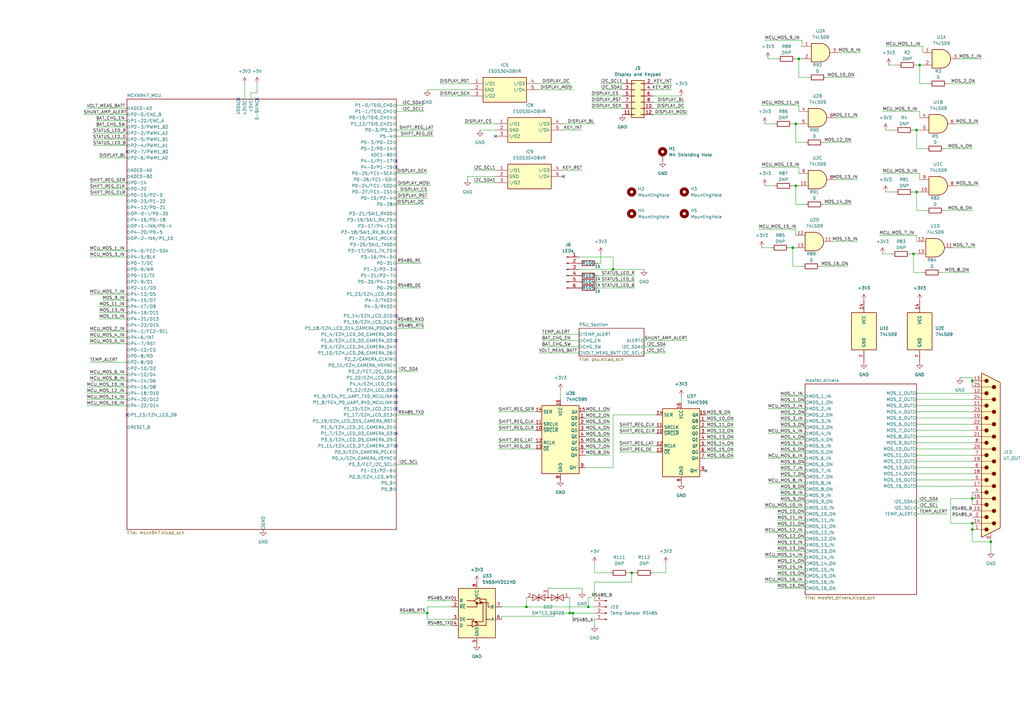
<source format=kicad_sch>
(kicad_sch (version 20231120) (generator "eeschema") (generator_version "8.0")
  (paper "A3")
  (junction (at 398.78 217.17))
  (junction (at 215.9 248.92))
  (junction (at 375.92 78.74))
  (junction (at 398.78 214.63))
  (junction (at 398.78 204.47))
  (junction (at 325.12 101.6))
  (junction (at 251.46 110.49))
  (junction (at 259.08 234.95))
  (junction (at 327.66 24.13))
  (junction (at 241.3 248.92))
  (junction (at 375.92 53.34))
  (junction (at 374.65 104.14))
  (junction (at 377.19 26.67))
  (junction (at 326.39 76.2))
  (junction (at 398.78 156.21))
  (junction (at 406.4 222.25))
  (junction (at 326.39 50.8))
  (junction (at 233.68 251.46))
  (junction (at 175.26 251.46))
  (junction (at 234.95 251.46))
  (no_connect (at 231.14 72.39))
  (no_connect (at 97.79 40.64))
  (no_connect (at 289.56 193.04))
  (no_connect (at 162.56 160.02))
  (no_connect (at 52.07 62.23))
  (no_connect (at 162.56 165.1))
  (no_connect (at 162.56 177.8))
  (no_connect (at 203.2 55.88))
  (no_connect (at 162.56 66.04))
  (no_connect (at 162.56 129.54))
  (no_connect (at 162.56 162.56))
  (no_connect (at 162.56 139.7))
  (no_connect (at 162.56 68.58))
  (no_connect (at 105.41 40.64))
  (no_connect (at 162.56 167.64))
  (no_connect (at 162.56 182.88))
  (no_connect (at 52.07 170.18))
  (wire (pts (xy 318.77 210.82) (xy 330.2 210.82)))
  (wire (pts (xy 327.66 45.72) (xy 327.66 43.18)))
  (wire (pts (xy 40.64 64.77) (xy 52.07 64.77)))
  (wire (pts (xy 246.38 34.29) (xy 255.27 34.29)))
  (wire (pts (xy 314.96 187.96) (xy 330.2 187.96)))
  (wire (pts (xy 259.08 234.95) (xy 259.08 238.76)))
  (wire (pts (xy 375.92 171.45) (xy 398.78 171.45)))
  (wire (pts (xy 36.83 148.59) (xy 52.07 148.59)))
  (wire (pts (xy 35.56 158.75) (xy 52.07 158.75)))
  (wire (pts (xy 387.35 60.96) (xy 398.78 60.96)))
  (wire (pts (xy 175.26 248.92) (xy 185.42 248.92)))
  (wire (pts (xy 175.26 36.83) (xy 193.04 36.83)))
  (wire (pts (xy 222.25 137.16) (xy 237.49 137.16)))
  (wire (pts (xy 313.69 228.6) (xy 330.2 228.6)))
  (wire (pts (xy 215.9 245.11) (xy 215.9 248.92)))
  (wire (pts (xy 375.92 186.69) (xy 398.78 186.69)))
  (wire (pts (xy 326.39 58.42) (xy 326.39 50.8)))
  (wire (pts (xy 314.96 177.8) (xy 330.2 177.8)))
  (wire (pts (xy 326.39 24.13) (xy 327.66 24.13)))
  (wire (pts (xy 36.83 135.89) (xy 52.07 135.89)))
  (wire (pts (xy 398.78 154.94) (xy 398.78 156.21)))
  (wire (pts (xy 180.34 34.29) (xy 193.04 34.29)))
  (wire (pts (xy 204.47 181.61) (xy 219.71 181.61)))
  (wire (pts (xy 38.1 59.69) (xy 52.07 59.69)))
  (wire (pts (xy 318.77 241.3) (xy 330.2 241.3)))
  (wire (pts (xy 175.26 256.54) (xy 185.42 256.54)))
  (wire (pts (xy 259.08 238.76) (xy 243.84 238.76)))
  (wire (pts (xy 240.03 191.77) (xy 251.46 191.77)))
  (wire (pts (xy 36.83 80.01) (xy 52.07 80.01)))
  (wire (pts (xy 327.66 24.13) (xy 328.93 24.13)))
  (wire (pts (xy 105.41 38.1) (xy 102.87 38.1)))
  (wire (pts (xy 374.65 104.14) (xy 375.92 104.14)))
  (wire (pts (xy 320.04 182.88) (xy 330.2 182.88)))
  (wire (pts (xy 325.12 76.2) (xy 326.39 76.2)))
  (wire (pts (xy 375.92 205.74) (xy 384.81 205.74)))
  (wire (pts (xy 162.56 118.11) (xy 172.72 118.11)))
  (wire (pts (xy 375.92 199.39) (xy 398.78 199.39)))
  (wire (pts (xy 314.96 167.64) (xy 330.2 167.64)))
  (wire (pts (xy 205.74 248.92) (xy 215.9 248.92)))
  (wire (pts (xy 398.78 156.21) (xy 398.78 158.75)))
  (wire (pts (xy 196.85 53.34) (xy 203.2 53.34)))
  (wire (pts (xy 267.97 46.99) (xy 281.94 46.99)))
  (wire (pts (xy 264.16 142.24) (xy 273.05 142.24)))
  (wire (pts (xy 375.92 184.15) (xy 398.78 184.15)))
  (wire (pts (xy 342.9 48.26) (xy 351.79 48.26)))
  (wire (pts (xy 320.04 172.72) (xy 330.2 172.72)))
  (wire (pts (xy 35.56 161.29) (xy 52.07 161.29)))
  (wire (pts (xy 318.77 215.9) (xy 330.2 215.9)))
  (wire (pts (xy 267.97 36.83) (xy 275.59 36.83)))
  (wire (pts (xy 175.26 254) (xy 185.42 254)))
  (wire (pts (xy 246.38 36.83) (xy 255.27 36.83)))
  (wire (pts (xy 386.08 111.76) (xy 397.51 111.76)))
  (wire (pts (xy 312.42 43.18) (xy 327.66 43.18)))
  (wire (pts (xy 242.57 245.11) (xy 241.3 245.11)))
  (wire (pts (xy 375.92 163.83) (xy 398.78 163.83)))
  (wire (pts (xy 375.92 179.07) (xy 398.78 179.07)))
  (wire (pts (xy 233.68 245.11) (xy 233.68 251.46)))
  (wire (pts (xy 273.05 231.14) (xy 273.05 234.95)))
  (wire (pts (xy 100.33 34.29) (xy 100.33 40.64)))
  (wire (pts (xy 328.93 109.22) (xy 325.12 109.22)))
  (wire (pts (xy 175.26 81.28) (xy 162.56 81.28)))
  (wire (pts (xy 250.19 171.45) (xy 240.03 171.45)))
  (wire (pts (xy 327.66 71.12) (xy 327.66 68.58)))
  (wire (pts (xy 243.84 234.95) (xy 250.19 234.95)))
  (wire (pts (xy 177.8 55.88) (xy 162.56 55.88)))
  (wire (pts (xy 173.99 83.82) (xy 162.56 83.82)))
  (wire (pts (xy 379.73 86.36) (xy 375.92 86.36)))
  (wire (pts (xy 326.39 76.2) (xy 327.66 76.2)))
  (wire (pts (xy 406.4 226.06) (xy 406.4 222.25)))
  (wire (pts (xy 320.04 200.66) (xy 330.2 200.66)))
  (wire (pts (xy 41.91 123.19) (xy 52.07 123.19)))
  (wire (pts (xy 326.39 50.8) (xy 327.66 50.8)))
  (wire (pts (xy 311.15 93.98) (xy 326.39 93.98)))
  (wire (pts (xy 375.92 99.06) (xy 375.92 96.52)))
  (wire (pts (xy 398.78 201.93) (xy 398.78 204.47)))
  (wire (pts (xy 237.49 110.49) (xy 251.46 110.49)))
  (wire (pts (xy 389.89 204.47) (xy 389.89 214.63)))
  (wire (pts (xy 289.56 187.96) (xy 300.99 187.96)))
  (wire (pts (xy 40.64 125.73) (xy 52.07 125.73)))
  (wire (pts (xy 330.2 58.42) (xy 326.39 58.42)))
  (wire (pts (xy 375.92 176.53) (xy 398.78 176.53)))
  (wire (pts (xy 162.56 132.08) (xy 173.99 132.08)))
  (wire (pts (xy 320.04 203.2) (xy 330.2 203.2)))
  (wire (pts (xy 375.92 60.96) (xy 375.92 53.34)))
  (wire (pts (xy 336.55 109.22) (xy 347.98 109.22)))
  (wire (pts (xy 320.04 170.18) (xy 330.2 170.18)))
  (wire (pts (xy 314.96 24.13) (xy 318.77 24.13)))
  (wire (pts (xy 250.19 176.53) (xy 240.03 176.53)))
  (wire (pts (xy 320.04 190.5) (xy 330.2 190.5)))
  (wire (pts (xy 39.37 49.53) (xy 52.07 49.53)))
  (wire (pts (xy 205.74 252.73) (xy 205.74 254)))
  (wire (pts (xy 375.92 53.34) (xy 377.19 53.34)))
  (wire (pts (xy 398.78 204.47) (xy 398.78 207.01)))
  (wire (pts (xy 289.56 175.26) (xy 300.99 175.26)))
  (wire (pts (xy 331.47 31.75) (xy 327.66 31.75)))
  (wire (pts (xy 320.04 180.34) (xy 330.2 180.34)))
  (wire (pts (xy 374.65 111.76) (xy 374.65 104.14)))
  (wire (pts (xy 162.56 43.18) (xy 173.99 43.18)))
  (wire (pts (xy 387.35 86.36) (xy 398.78 86.36)))
  (wire (pts (xy 375.92 208.28) (xy 384.81 208.28)))
  (wire (pts (xy 191.77 72.39) (xy 203.2 72.39)))
  (wire (pts (xy 105.41 34.29) (xy 105.41 38.1)))
  (wire (pts (xy 227.33 251.46) (xy 233.68 251.46)))
  (wire (pts (xy 341.63 99.06) (xy 351.79 99.06)))
  (wire (pts (xy 36.83 153.67) (xy 52.07 153.67)))
  (wire (pts (xy 392.43 76.2) (xy 401.32 76.2)))
  (wire (pts (xy 313.69 208.28) (xy 330.2 208.28)))
  (wire (pts (xy 177.8 53.34) (xy 162.56 53.34)))
  (wire (pts (xy 289.56 180.34) (xy 300.99 180.34)))
  (wire (pts (xy 323.85 101.6) (xy 325.12 101.6)))
  (wire (pts (xy 273.05 234.95) (xy 267.97 234.95)))
  (wire (pts (xy 313.69 50.8) (xy 317.5 50.8)))
  (wire (pts (xy 241.3 245.11) (xy 241.3 248.92)))
  (wire (pts (xy 375.92 189.23) (xy 398.78 189.23)))
  (wire (pts (xy 36.83 102.87) (xy 52.07 102.87)))
  (wire (pts (xy 259.08 234.95) (xy 257.81 234.95)))
  (wire (pts (xy 377.19 73.66) (xy 377.19 71.12)))
  (wire (pts (xy 375.92 181.61) (xy 398.78 181.61)))
  (wire (pts (xy 250.19 184.15) (xy 240.03 184.15)))
  (wire (pts (xy 325.12 109.22) (xy 325.12 101.6)))
  (wire (pts (xy 243.84 238.76) (xy 243.84 246.38)))
  (wire (pts (xy 175.26 251.46) (xy 175.26 254)))
  (wire (pts (xy 330.2 83.82) (xy 326.39 83.82)))
  (wire (pts (xy 227.33 252.73) (xy 205.74 252.73)))
  (wire (pts (xy 398.78 217.17) (xy 398.78 222.25)))
  (wire (pts (xy 375.92 194.31) (xy 398.78 194.31)))
  (wire (pts (xy 375.92 161.29) (xy 398.78 161.29)))
  (wire (pts (xy 36.83 74.93) (xy 52.07 74.93)))
  (wire (pts (xy 251.46 105.41) (xy 251.46 110.49)))
  (wire (pts (xy 364.49 26.67) (xy 368.3 26.67)))
  (wire (pts (xy 337.82 83.82) (xy 349.25 83.82)))
  (wire (pts (xy 375.92 196.85) (xy 398.78 196.85)))
  (wire (pts (xy 318.77 220.98) (xy 330.2 220.98)))
  (wire (pts (xy 246.38 107.95) (xy 245.11 107.95)))
  (wire (pts (xy 388.62 210.82) (xy 375.92 210.82)))
  (wire (pts (xy 36.83 138.43) (xy 52.07 138.43)))
  (wire (pts (xy 242.57 41.91) (xy 255.27 41.91)))
  (wire (pts (xy 171.45 190.5) (xy 162.56 190.5)))
  (wire (pts (xy 245.11 115.57) (xy 260.35 115.57)))
  (wire (pts (xy 254 177.8) (xy 269.24 177.8)))
  (wire (pts (xy 260.35 234.95) (xy 259.08 234.95)))
  (wire (pts (xy 325.12 101.6) (xy 326.39 101.6)))
  (wire (pts (xy 318.77 236.22) (xy 330.2 236.22)))
  (wire (pts (xy 328.93 19.05) (xy 328.93 16.51)))
  (wire (pts (xy 220.98 144.78) (xy 237.49 144.78)))
  (wire (pts (xy 163.83 251.46) (xy 175.26 251.46)))
  (wire (pts (xy 377.19 34.29) (xy 377.19 26.67)))
  (wire (pts (xy 398.78 214.63) (xy 398.78 217.17)))
  (wire (pts (xy 398.78 222.25) (xy 406.4 222.25)))
  (wire (pts (xy 393.7 154.94) (xy 398.78 154.94)))
  (wire (pts (xy 361.95 45.72) (xy 377.19 45.72)))
  (wire (pts (xy 251.46 110.49) (xy 264.16 110.49)))
  (wire (pts (xy 36.83 140.97) (xy 52.07 140.97)))
  (wire (pts (xy 320.04 162.56) (xy 330.2 162.56)))
  (wire (pts (xy 398.78 204.47) (xy 389.89 204.47)))
  (wire (pts (xy 227.33 252.73) (xy 227.33 251.46)))
  (wire (pts (xy 204.47 184.15) (xy 219.71 184.15)))
  (wire (pts (xy 224.79 241.3) (xy 238.76 241.3)))
  (wire (pts (xy 344.17 21.59) (xy 353.06 21.59)))
  (wire (pts (xy 35.56 163.83) (xy 52.07 163.83)))
  (wire (pts (xy 342.9 73.66) (xy 351.79 73.66)))
  (wire (pts (xy 264.16 139.7) (xy 281.94 139.7)))
  (wire (pts (xy 389.89 214.63) (xy 398.78 214.63)))
  (wire (pts (xy 39.37 52.07) (xy 52.07 52.07)))
  (wire (pts (xy 318.77 213.36) (xy 330.2 213.36)))
  (wire (pts (xy 373.38 104.14) (xy 374.65 104.14)))
  (wire (pts (xy 175.26 78.74) (xy 162.56 78.74)))
  (wire (pts (xy 231.14 69.85) (xy 238.76 69.85)))
  (wire (pts (xy 204.47 168.91) (xy 219.71 168.91)))
  (wire (pts (xy 339.09 31.75) (xy 350.52 31.75)))
  (wire (pts (xy 242.57 44.45) (xy 255.27 44.45)))
  (wire (pts (xy 375.92 26.67) (xy 377.19 26.67)))
  (wire (pts (xy 279.4 162.56) (xy 279.4 165.1)))
  (wire (pts (xy 34.29 46.99) (xy 52.07 46.99)))
  (wire (pts (xy 326.39 96.52) (xy 326.39 93.98)))
  (wire (pts (xy 250.19 186.69) (xy 240.03 186.69)))
  (wire (pts (xy 289.56 170.18) (xy 299.72 170.18)))
  (wire (pts (xy 326.39 83.82) (xy 326.39 76.2)))
  (wire (pts (xy 361.95 104.14) (xy 365.76 104.14)))
  (wire (pts (xy 289.56 185.42) (xy 300.99 185.42)))
  (wire (pts (xy 194.31 74.93) (xy 203.2 74.93)))
  (wire (pts (xy 233.68 251.46) (xy 234.95 251.46)))
  (wire (pts (xy 363.22 53.34) (xy 367.03 53.34)))
  (wire (pts (xy 289.56 182.88) (xy 300.99 182.88)))
  (wire (pts (xy 250.19 181.61) (xy 240.03 181.61)))
  (wire (pts (xy 229.87 160.02) (xy 229.87 163.83)))
  (wire (pts (xy 312.42 68.58) (xy 327.66 68.58)))
  (wire (pts (xy 361.95 71.12) (xy 377.19 71.12)))
  (wire (pts (xy 36.83 156.21) (xy 52.07 156.21)))
  (wire (pts (xy 238.76 242.57) (xy 238.76 241.3)))
  (wire (pts (xy 267.97 44.45) (xy 280.67 44.45)))
  (wire (pts (xy 222.25 142.24) (xy 237.49 142.24)))
  (wire (pts (xy 267.97 41.91) (xy 280.67 41.91)))
  (wire (pts (xy 237.49 105.41) (xy 251.46 105.41)))
  (wire (pts (xy 250.19 173.99) (xy 240.03 173.99)))
  (wire (pts (xy 246.38 104.14) (xy 246.38 107.95)))
  (wire (pts (xy 251.46 170.18) (xy 269.24 170.18)))
  (wire (pts (xy 222.25 139.7) (xy 237.49 139.7)))
  (wire (pts (xy 381 34.29) (xy 377.19 34.29)))
  (wire (pts (xy 215.9 248.92) (xy 241.3 248.92)))
  (wire (pts (xy 194.31 69.85) (xy 203.2 69.85)))
  (wire (pts (xy 175.26 246.38) (xy 185.42 246.38)))
  (wire (pts (xy 320.04 175.26) (xy 330.2 175.26)))
  (wire (pts (xy 375.92 173.99) (xy 398.78 173.99)))
  (wire (pts (xy 36.83 105.41) (xy 52.07 105.41)))
  (wire (pts (xy 191.77 73.66) (xy 191.77 72.39)))
  (wire (pts (xy 36.83 77.47) (xy 52.07 77.47)))
  (wire (pts (xy 318.77 231.14) (xy 330.2 231.14)))
  (wire (pts (xy 267.97 34.29) (xy 275.59 34.29)))
  (wire (pts (xy 318.77 223.52) (xy 330.2 223.52)))
  (wire (pts (xy 363.22 78.74) (xy 367.03 78.74)))
  (wire (pts (xy 36.83 120.65) (xy 52.07 120.65)))
  (wire (pts (xy 289.56 177.8) (xy 300.99 177.8)))
  (wire (pts (xy 318.77 233.68) (xy 330.2 233.68)))
  (wire (pts (xy 313.69 218.44) (xy 330.2 218.44)))
  (wire (pts (xy 234.95 251.46) (xy 243.84 251.46)))
  (wire (pts (xy 379.73 60.96) (xy 375.92 60.96)))
  (wire (pts (xy 320.04 195.58) (xy 330.2 195.58)))
  (wire (pts (xy 374.65 53.34) (xy 375.92 53.34)))
  (wire (pts (xy 220.98 34.29) (xy 233.68 34.29)))
  (wire (pts (xy 320.04 205.74) (xy 330.2 205.74)))
  (wire (pts (xy 313.69 16.51) (xy 328.93 16.51)))
  (wire (pts (xy 314.96 198.12) (xy 330.2 198.12)))
  (wire (pts (xy 313.69 238.76) (xy 330.2 238.76)))
  (wire (pts (xy 360.68 96.52) (xy 375.92 96.52)))
  (wire (pts (xy 279.4 39.37) (xy 267.97 39.37)))
  (wire (pts (xy 289.56 172.72) (xy 300.99 172.72)))
  (wire (pts (xy 327.66 31.75) (xy 327.66 24.13)))
  (wire (pts (xy 242.57 39.37) (xy 255.27 39.37)))
  (wire (pts (xy 250.19 179.07) (xy 240.03 179.07)))
  (wire (pts (xy 375.92 191.77) (xy 398.78 191.77)))
  (wire (pts (xy 320.04 165.1) (xy 330.2 165.1)))
  (wire (pts (xy 393.7 24.13) (xy 402.59 24.13)))
  (wire (pts (xy 171.45 152.4) (xy 162.56 152.4)))
  (wire (pts (xy 204.47 173.99) (xy 219.71 173.99)))
  (wire (pts (xy 175.26 71.12) (xy 162.56 71.12)))
  (wire (pts (xy 320.04 193.04) (xy 330.2 193.04)))
  (wire (pts (xy 35.56 166.37) (xy 52.07 166.37)))
  (wire (pts (xy 234.95 255.27) (xy 234.95 251.46)))
  (wire (pts (xy 231.14 53.34) (xy 238.76 53.34)))
  (wire (pts (xy 375.92 86.36) (xy 375.92 78.74)))
  (wire (pts (xy 377.19 26.67) (xy 378.46 26.67)))
  (wire (pts (xy 38.1 54.61) (xy 52.07 54.61)))
  (wire (pts (xy 231.14 50.8) (xy 243.84 50.8)))
  (wire (pts (xy 175.26 248.92) (xy 175.26 251.46)))
  (wire (pts (xy 52.07 57.15) (xy 38.1 57.15)))
  (wire (pts (xy 375.92 166.37) (xy 398.78 166.37)))
  (wire (pts (xy 254 185.42) (xy 269.24 185.42)))
  (wire (pts (xy 251.46 170.18) (xy 251.46 191.77)))
  (wire (pts (xy 176.53 76.2) (xy 162.56 76.2)))
  (wire (pts (xy 245.11 113.03) (xy 260.35 113.03)))
  (wire (pts (xy 162.56 134.62) (xy 173.99 134.62)))
  (wire (pts (xy 40.64 130.81) (xy 52.07 130.81)))
  (wire (pts (xy 35.56 44.45) (xy 52.07 44.45)))
  (wire (pts (xy 40.64 128.27) (xy 52.07 128.27)))
  (wire (pts (xy 243.84 254) (xy 243.84 256.54)))
  (wire (pts (xy 377.19 48.26) (xy 377.19 45.72)))
  (wire (pts (xy 312.42 101.6) (xy 316.23 101.6)))
  (wire (pts (xy 245.11 118.11) (xy 260.35 118.11)))
  (wire (pts (xy 363.22 19.05) (xy 378.46 19.05)))
  (wire (pts (xy 318.77 226.06) (xy 330.2 226.06)))
  (wire (pts (xy 250.19 168.91) (xy 240.03 168.91)))
  (wire (pts (xy 173.99 45.72) (xy 162.56 45.72)))
  (wire (pts (xy 254 175.26) (xy 269.24 175.26)))
  (wire (pts (xy 378.46 21.59) (xy 378.46 19.05)))
  (wire (pts (xy 313.69 76.2) (xy 317.5 76.2)))
  (wire (pts (xy 388.62 34.29) (xy 400.05 34.29)))
  (wire (pts (xy 243.84 231.14) (xy 243.84 234.95)))
  (wire (pts (xy 374.65 78.74) (xy 375.92 78.74)))
  (wire (pts (xy 337.82 58.42) (xy 349.25 58.42)))
  (wire (pts (xy 220.98 36.83) (xy 234.95 36.83)))
  (wire (pts (xy 162.56 170.18) (xy 173.99 170.18)))
  (wire (pts (xy 375.92 78.74) (xy 377.19 78.74)))
  (wire (pts (xy 378.46 111.76) (xy 374.65 111.76)))
  (wire (pts (xy 190.5 50.8) (xy 203.2 50.8)))
  (wire (pts (xy 391.16 101.6) (xy 400.05 101.6)))
  (wire (pts (xy 320.04 185.42) (xy 330.2 185.42)))
  (wire (pts (xy 102.87 38.1) (xy 102.87 40.64)))
  (wire (pts (xy 254 182.88) (xy 269.24 182.88)))
  (wire (pts (xy 241.3 248.92) (xy 243.84 248.92)))
  (wire (pts (xy 162.56 107.95) (xy 172.72 107.95)))
  (wire (pts (xy 375.92 168.91) (xy 398.78 168.91)))
  (wire (pts (xy 325.12 50.8) (xy 326.39 50.8)))
  (wire (pts (xy 264.16 144.78) (xy 273.05 144.78)))
  (wire (pts (xy 180.34 39.37) (xy 193.04 39.37)))
  (wire (pts (xy 204.47 176.53) (xy 219.71 176.53)))
  (wire (pts (xy 392.43 50.8) (xy 401.32 50.8)))
  (label "MOS_9_IN" (at 320.04 203.2 0))
  (label "I2C_SCL" (at 171.45 190.5 180))
  (label "RS485_A" (at 398.78 212.09 180))
  (label "DISPLAY_CS" (at 190.5 50.8 0))
  (label "MOS_6_ON" (at 398.78 86.36 180))
  (label "SHIFT_REG_SER" (at 204.47 168.91 0))
  (label "RS485_RTS" (at 173.99 134.62 180))
  (label "I2C_SCL" (at 273.05 144.78 180))
  (label "MCU_MOS_3_IN" (at 36.83 105.41 0))
  (label "DISPLAY_MOSI" (at 234.95 36.83 180))
  (label "DISPLAY_BL" (at 280.67 41.91 180))
  (label "MCU_MOS_1_IN" (at 363.22 19.05 0))
  (label "I2C_SDA" (at 273.05 142.24 180))
  (label "I2C_SDA1" (at 194.31 74.93 0))
  (label "MOS_4_ON" (at 250.19 176.53 180))
  (label "DISPLAY_SCK" (at 180.34 39.37 0))
  (label "MOS_10_ON" (at 300.99 172.72 180))
  (label "SHIFT_REG_CLR" (at 36.83 80.01 0))
  (label "STATUS_LED_R" (at 260.35 113.03 180))
  (label "SHIFT_REG_LAT" (at 204.47 181.61 0))
  (label "MOS_5_ON" (at 320.04 185.42 0))
  (label "SHIFT_REG_CLR" (at 254 177.8 0))
  (label "MOS_3_ON" (at 320.04 175.26 0))
  (label "SHUNT_AMP_ALERT" (at 34.29 46.99 0))
  (label "MOS_11_IN" (at 318.77 213.36 0))
  (label "MOS_5_ON" (at 250.19 179.07 180))
  (label "MOS_14_ON" (at 300.99 182.88 180))
  (label "STATUS_LED_R" (at 38.1 54.61 0))
  (label "MOS_1_IN" (at 320.04 162.56 0))
  (label "MOS_2_ON" (at 320.04 170.18 0))
  (label "KEY_RST" (at 238.76 69.85 180))
  (label "MCU_MOS_16_IN" (at 35.56 166.37 0))
  (label "SHIFT_REG_OE" (at 254 185.42 0))
  (label "SHIFT_REG_CLK" (at 204.47 173.99 0))
  (label "MOS_15_IN" (at 351.79 99.06 180))
  (label "MCU_MOS_7_IN" (at 36.83 120.65 0))
  (label "MOS_15_ON" (at 300.99 185.42 180))
  (label "MOS_14_ON" (at 318.77 231.14 0))
  (label "DISPLAY_MOSI" (at 176.53 76.2 180))
  (label "MOS_8_ON" (at 250.19 186.69 180))
  (label "I2C_SCL1" (at 246.38 34.29 0))
  (label "MOS_1_ON" (at 250.19 168.91 180))
  (label "I2C_SCL" (at 384.81 208.28 180))
  (label "SHIFT_REG_OE" (at 204.47 184.15 0))
  (label "MCU_MOS_9_IN" (at 313.69 16.51 0))
  (label "MCU_MOS_12_IN" (at 313.69 218.44 0))
  (label "MCU_MOS_4_IN" (at 314.96 177.8 0))
  (label "STATUS_LED_G" (at 38.1 57.15 0))
  (label "TEMP_ALERT" (at 222.25 137.16 0))
  (label "MOS_4_ON" (at 398.78 60.96 180))
  (label "MOS_3_IN" (at 401.32 50.8 180))
  (label "MOS_15_ON" (at 318.77 236.22 0))
  (label "MOS_1_ON" (at 320.04 165.1 0))
  (label "MOS_2_ON" (at 400.05 34.29 180))
  (label "STATUS_LED_B" (at 260.35 118.11 180))
  (label "VOLT_MEAS_BATT" (at 220.98 144.78 0))
  (label "MOS_13_IN" (at 318.77 223.52 0))
  (label "MCU_MOS_10_IN" (at 35.56 158.75 0))
  (label "VOLT_MEAS_BATT" (at 35.56 44.45 0))
  (label "DISPLAY_BL" (at 243.84 50.8 180))
  (label "MOS_6_ON" (at 250.19 181.61 180))
  (label "RS485_RXD" (at 173.99 132.08 180))
  (label "RS485_A" (at 234.95 255.27 0))
  (label "MOS_13_IN" (at 40.64 128.27 0))
  (label "I2C_SCL1" (at 173.99 45.72 180))
  (label "MCU_MOS_13_IN" (at 312.42 68.58 0))
  (label "SHIFT_REG_OE" (at 177.8 55.88 180))
  (label "MOS_8_ON" (at 397.51 111.76 180))
  (label "MCU_MOS_5_IN" (at 36.83 140.97 0))
  (label "MCU_MOS_2_IN" (at 36.83 135.89 0))
  (label "RS485_RE" (at 172.72 107.95 180))
  (label "MOS_11_ON" (at 300.99 175.26 180))
  (label "STATUS_LED_B" (at 38.1 59.69 0))
  (label "DISPLAY_MOSI" (at 281.94 46.99 180))
  (label "MOS_12_ON" (at 349.25 58.42 180))
  (label "SHUNT_AMP_ALERT" (at 281.94 139.7 180))
  (label "MOS_3_IN" (at 320.04 172.72 0))
  (label "MOS_16_ON" (at 318.77 241.3 0))
  (label "MOS_7_ON" (at 320.04 195.58 0))
  (label "MOS_7_IN" (at 400.05 101.6 180))
  (label "MOS_9_IN" (at 353.06 21.59 180))
  (label "DISPLAY_DC" (at 233.68 34.29 180))
  (label "BAT_CHG_EN" (at 39.37 49.53 0))
  (label "TEMP_ALERT" (at 388.62 210.82 180))
  (label "MCU_MOS_16_IN" (at 313.69 238.76 0))
  (label "MOS_10_ON" (at 318.77 210.82 0))
  (label "MOS_11_IN" (at 40.64 125.73 0))
  (label "MOS_16_ON" (at 347.98 109.22 180))
  (label "I2C_SDA" (at 171.45 152.4 180))
  (label "MCU_MOS_8_IN" (at 314.96 198.12 0))
  (label "MOS_13_ON" (at 300.99 180.34 180))
  (label "RS485_TXD" (at 173.99 170.18 180))
  (label "MCU_MOS_14_IN" (at 35.56 163.83 0))
  (label "MOS_9_ON" (at 320.04 205.74 0))
  (label "MOS_12_ON" (at 318.77 220.98 0))
  (label "I2C_SDA1" (at 173.99 43.18 180))
  (label "SHIFT_REG_CLR" (at 204.47 176.53 0))
  (label "MCU_MOS_10_IN" (at 313.69 208.28 0))
  (label "MOS_11_ON" (at 318.77 215.9 0))
  (label "DISPLAY_RST" (at 175.26 81.28 180))
  (label "DISPLAY_SCK" (at 242.57 44.45 0))
  (label "BAT_CHG_SW" (at 222.25 142.24 0))
  (label "MOS_9_ON" (at 299.72 170.18 180))
  (label "MOS_12_ON" (at 300.99 177.8 180))
  (label "MOS_7_ON" (at 250.19 184.15 180))
  (label "DISPLAY_CS" (at 175.26 78.74 180))
  (label "MCU_MOS_7_IN" (at 360.68 96.52 0))
  (label "DISPLAY_DC" (at 173.99 83.82 180))
  (label "MOS_3_ON" (at 250.19 173.99 180))
  (label "KEY_INT" (at 238.76 53.34 180))
  (label "DISPLAY_CS" (at 242.57 39.37 0))
  (label "SHIFT_REG_CLK" (at 254 175.26 0))
  (label "RS485_RXD" (at 175.26 246.38 0))
  (label "RS485_B" (at 242.57 245.11 0))
  (label "STATUS_LED_G" (at 260.35 115.57 180))
  (label "I2C_SDA" (at 384.81 205.74 180))
  (label "SHIFT_REG_LAT" (at 177.8 53.34 180))
  (label "MOS_13_ON" (at 318.77 226.06 0))
  (label "MOS_2_ON" (at 250.19 171.45 180))
  (label "SHIFT_REG_CLK" (at 36.83 77.47 0))
  (label "SHIFT_REG_SER" (at 36.83 74.93 0))
  (label "MOS_11_IN" (at 351.79 48.26 180))
  (label "MOS_4_ON" (at 320.04 180.34 0))
  (label "MCU_MOS_5_IN" (at 361.95 71.12 0))
  (label "MCU_MOS_6_IN" (at 314.96 187.96 0))
  (label "RS485_B" (at 398.78 209.55 180))
  (label "MOS_6_ON" (at 320.04 190.5 0))
  (label "MCU_MOS_8_IN" (at 36.83 156.21 0))
  (label "KEY_RST" (at 275.59 36.83 180))
  (label "MCU_MOS_1_IN" (at 36.83 102.87 0))
  (label "MCU_MOS_4_IN" (at 36.83 138.43 0))
  (label "RS485_RTS" (at 163.83 251.46 0))
  (label "MOS_8_ON" (at 320.04 200.66 0))
  (label "KEY_INT" (at 275.59 34.29 180))
  (label "DISPLAY_DC" (at 280.67 44.45 180))
  (label "MCU_MOS_14_IN" (at 313.69 228.6 0))
  (label "MCU_MOS_6_IN" (at 36.83 153.67 0))
  (label "MOS_10_ON" (at 350.52 31.75 180))
  (label "MOS_5_IN" (at 401.32 76.2 180))
  (label "RS485_DE" (at 172.72 118.11 180))
  (label "MCU_MOS_2_IN" (at 314.96 167.64 0))
  (label "BAT_CHG_EN" (at 222.25 139.7 0))
  (label "MOS_7_IN" (at 320.04 193.04 0))
  (label "MCU_MOS_11_IN" (at 312.42 43.18 0))
  (label "DISPLAY_RST" (at 180.34 34.29 0))
  (label "DISPLAY_BL" (at 40.64 64.77 0))
  (label "MOS_1_IN" (at 402.59 24.13 180))
  (label "MCU_MOS_15_IN" (at 311.15 93.98 0))
  (label "I2C_SCL1" (at 194.31 69.85 0))
  (label "MCU_MOS_12_IN" (at 35.56 161.29 0))
  (label "MOS_15_IN" (at 40.64 130.81 0))
  (label "TEMP_ALERT" (at 36.83 148.59 0))
  (label "MOS_15_IN" (at 318.77 233.68 0))
  (label "MOS_16_ON" (at 300.99 187.96 180))
  (label "MOS_9_IN" (at 41.91 123.19 0))
  (label "MOS_14_ON" (at 349.25 83.82 180))
  (label "MCU_MOS_3_IN" (at 361.95 45.72 0))
  (label "MOS_5_IN" (at 320.04 182.88 0))
  (label "SHIFT_REG_LAT" (at 254 182.88 0))
  (label "DISPLAY_SCK" (at 175.26 71.12 180))
  (label "MOS_13_IN" (at 351.79 73.66 180))
  (label "I2C_SDA1" (at 246.38 36.83 0))
  (label "RS485_TXD" (at 175.26 256.54 0))
  (label "BAT_CHG_SW" (at 39.37 52.07 0))
  (label "DISPLAY_RST" (at 242.57 41.91 0))
  (symbol (lib_id "power:+3V3") (at 313.69 76.2 0) (unit 1)
    (property "Reference" "#PWR073" (effects (hide yes)))
    (property "Value" "+3V3" (at 313.69 71.12 0))
  )
  (symbol (lib_id "74xx:74LS09") (at 383.54 101.6 0) (unit 4)
    (property "Reference" "U1" (at 383.5317 92.71 0))
    (property "Value" "74LS09" (at 383.5317 95.25 0))
    (property "Footprint" "Package_SO:SO-14_5.3x10.2mm_P1.27mm" (effects (hide yes)))
    (property "Datasheet" "http://www.ti.com/lit/gpn/sn74LS09" (effects (hide yes)))
  )
  (symbol (lib_id "power:+3V3") (at 273.05 231.14 0) (unit 1)
    (property "Reference" "#PWR0112" (effects (hide yes)))
    (property "Value" "+3V3" (at 273.05 226.06 0))
  )
  (symbol (lib_id "Device:R") (at 370.84 78.74 270) (unit 1)
    (property "Reference" "R81" (at 370.84 73.66 90))
    (property "Value" "DNP" (at 370.84 76.2 90))
    (property "Footprint" "Resistor_SMD:R_0603_1608Metric_Pad0.98x0.95mm_HandSolder" (effects (hide yes)))
  )
  (symbol (lib_id "Connector:Conn_01x04_Pin") (at 248.92 251.46 180) (unit 1)
    (property "Reference" "J10" (at 250.19 248.92 0) (effects (justify right)))
    (property "Value" "Temp Sensor RS485" (at 250.19 251.46 0) (effects (justify right)))
    (property "Footprint" "Connector_JST:JST_PH_B4B-PH-K_1x04_P2.00mm_Vertical" (effects (hide yes)))
  )
  (symbol (lib_id "Device:R") (at 241.3 107.95 90) (unit 1)
    (property "Reference" "R106" (at 241.3 107.95 90))
    (property "Value" "1k" (at 245.11 109.22 90))
    (property "Footprint" "Resistor_SMD:R_0603_1608Metric_Pad0.98x0.95mm_HandSolder" (effects (hide yes)))
  )
  (symbol (lib_id "power:GND") (at 264.16 110.49 0) (unit 1)
    (property "Reference" "#PWR0114" (effects (hide yes)))
    (property "Value" "GND" (at 264.16 115.57 0))
  )
  (symbol (lib_id "power:GND") (at 377.19 148.59 0) (unit 1)
    (property "Reference" "#PWR078" (effects (hide yes)))
    (property "Value" "GND" (at 377.19 153.67 0))
  )
  (symbol (lib_id "power:GND") (at 107.95 217.17 0) (unit 1)
    (property "Reference" "#PWR01" (effects (hide yes)))
    (property "Value" "GND" (at 107.95 222.25 0))
  )
  (symbol (lib_id "Device:R") (at 334.01 58.42 270) (unit 1)
    (property "Reference" "R90" (at 334.01 53.34 90))
    (property "Value" "0" (at 334.01 55.88 90))
    (property "Footprint" "Resistor_SMD:R_0603_1608Metric_Pad0.98x0.95mm_HandSolder" (effects (hide yes)))
  )
  (symbol (lib_id "power:GND") (at 195.58 264.16 0) (unit 1)
    (property "Reference" "#PWR082" (effects (hide yes)))
    (property "Value" "GND" (at 195.58 269.24 0))
  )
  (symbol (lib_id "power:+5V") (at 243.84 231.14 0) (unit 1)
    (property "Reference" "#PWR0129" (effects (hide yes)))
    (property "Value" "+5V" (at 243.84 226.06 0))
  )
  (symbol (lib_id "Device:R") (at 335.28 31.75 270) (unit 1)
    (property "Reference" "R92" (at 335.28 26.67 90))
    (property "Value" "0" (at 335.28 29.21 90))
    (property "Footprint" "Resistor_SMD:R_0603_1608Metric_Pad0.98x0.95mm_HandSolder" (effects (hide yes)))
  )
  (symbol (lib_id "74xx:74LS09") (at 354.33 135.89 0) (unit 5)
    (property "Reference" "U1" (at 360.68 134.62 0) (effects (justify left)))
    (property "Value" "74LS09" (at 360.68 137.16 0) (effects (justify left)))
    (property "Footprint" "Package_SO:SO-14_5.3x10.2mm_P1.27mm" (effects (hide yes)))
    (property "Datasheet" "http://www.ti.com/lit/gpn/sn74LS09" (effects (hide yes)))
  )
  (symbol (lib_id "power:+3V3") (at 377.19 123.19 0) (unit 1)
    (property "Reference" "#PWR076" (effects (hide yes)))
    (property "Value" "+3V3" (at 377.19 118.11 0))
  )
  (symbol (lib_id "Device:R") (at 332.74 109.22 270) (unit 1)
    (property "Reference" "R89" (at 332.74 104.14 90))
    (property "Value" "0" (at 332.74 106.68 90))
    (property "Footprint" "Resistor_SMD:R_0603_1608Metric_Pad0.98x0.95mm_HandSolder" (effects (hide yes)))
  )
  (symbol (lib_id "power:+3V3") (at 100.33 34.29 0) (unit 1)
    (property "Reference" "#PWR02" (effects (hide yes)))
    (property "Value" "+3V3" (at 100.33 29.21 0))
  )
  (symbol (lib_id "power:+3V3") (at 364.49 26.67 0) (unit 1)
    (property "Reference" "#PWR067" (effects (hide yes)))
    (property "Value" "+3V3" (at 364.49 21.59 0))
  )
  (symbol (lib_id "74xx:74LS09") (at 336.55 21.59 0) (unit 1)
    (property "Reference" "U2" (at 336.5417 12.7 0))
    (property "Value" "74LS09" (at 336.5417 15.24 0))
    (property "Footprint" "Package_SO:SO-14_5.3x10.2mm_P1.27mm" (effects (hide yes)))
    (property "Datasheet" "http://www.ti.com/lit/gpn/sn74LS09" (effects (hide yes)))
  )
  (symbol (lib_id "power:+3V3") (at 363.22 78.74 0) (unit 1)
    (property "Reference" "#PWR069" (effects (hide yes)))
    (property "Value" "+3V3" (at 363.22 73.66 0))
  )
  (symbol (lib_id "power:GND") (at 238.76 242.57 0) (unit 1)
    (property "Reference" "#PWR0125" (effects (hide yes)))
    (property "Value" "GND" (at 238.76 247.65 0))
  )
  (symbol (lib_id "Mechanical:MountingHole") (at 280.67 78.74 0) (unit 1) (exclude_from_sim yes) (in_bom no)
    (property "Reference" "H3" (at 283.21 77.4699 0) (effects (justify left)))
    (property "Value" "MountingHole" (at 283.21 80.0099 0) (effects (justify left)))
    (property "Footprint" "MountingHole:MountingHole_3.2mm_M3" (effects (hide yes)))
    (property "Description" "Mounting Hole without connection" (effects (hide yes)))
  )
  (symbol (lib_id "Device:R") (at 383.54 86.36 270) (unit 1)
    (property "Reference" "R82" (at 383.54 81.28 90))
    (property "Value" "0" (at 383.54 83.82 90))
    (property "Footprint" "Resistor_SMD:R_0603_1608Metric_Pad0.98x0.95mm_HandSolder" (effects (hide yes)))
  )
  (symbol (lib_id "power:GND") (at 406.4 226.06 0) (unit 1)
    (property "Reference" "#PWR0115" (effects (hide yes)))
    (property "Value" "GND" (at 406.4 231.14 0))
  )
  (symbol (lib_id "74xx:74LS09") (at 377.19 135.89 0) (unit 5)
    (property "Reference" "U2" (at 383.54 134.62 0) (effects (justify left)))
    (property "Value" "74LS09" (at 383.54 137.16 0) (effects (justify left)))
    (property "Footprint" "Package_SO:SO-14_5.3x10.2mm_P1.27mm" (effects (hide yes)))
    (property "Datasheet" "http://www.ti.com/lit/gpn/sn74LS09" (effects (hide yes)))
  )
  (symbol (lib_id "74xx:74HC595") (at 279.4 180.34 0) (unit 1)
    (property "Reference" "U37" (at 281.5941 162.56 0) (effects (justify left)))
    (property "Value" "74HC595" (at 281.5941 165.1 0) (effects (justify left)))
    (property "Footprint" "Package_SO:SOIC-16_3.9x9.9mm_P1.27mm" (effects (hide yes)))
    (property "Datasheet" "http://www.ti.com/lit/ds/symlink/sn74hc595.pdf" (effects (hide yes)))
    (property "Description" "8-bit serial in/out Shift Register 3-State Outputs" (effects (hide yes)))
  )
  (symbol (lib_id "power:+3V3") (at 361.95 104.14 0) (unit 1)
    (property "Reference" "#PWR070" (effects (hide yes)))
    (property "Value" "+3V3" (at 361.95 99.06 0))
  )
  (symbol (lib_id "power:GND") (at 271.78 66.04 0) (unit 1)
    (property "Reference" "#PWR0107" (effects (hide yes)))
    (property "Value" "GND" (at 271.78 71.12 0))
  )
  (symbol (lib_id "74xx:74LS09") (at 335.28 73.66 0) (unit 3)
    (property "Reference" "U2" (at 335.2717 64.77 0))
    (property "Value" "74LS09" (at 335.2717 67.31 0))
    (property "Footprint" "Package_SO:SO-14_5.3x10.2mm_P1.27mm" (effects (hide yes)))
    (property "Datasheet" "http://www.ti.com/lit/gpn/sn74LS09" (effects (hide yes)))
  )
  (symbol (lib_id "Mechanical:MountingHole_Pad") (at 271.78 63.5 0) (unit 1)
    (property "Reference" "H1" (at 274.32 60.96 0) (effects (justify left)))
    (property "Value" "M4 Shielding Hole" (at 274.32 63.5 0) (effects (justify left)))
    (property "Footprint" "MountingHole:MountingHole_3.2mm_M3_ISO14580_Pad_TopBottom" (effects (hide yes)))
  )
  (symbol (lib_id "ESDS304DBVR:ESDS304DBVR") (at 203.2 50.8 0) (unit 1)
    (property "Reference" "IC8" (at 217.17 43.18 0))
    (property "Value" "ESDS304DBVR" (at 217.17 45.72 0))
    (property "Footprint" "Library:SOT95P280X145-5N" (effects (hide yes)))
    (property "Datasheet" "http://www.ti.com/lit/gpn/esds304" (effects (hide yes)))
    (property "Height" "1.45" (effects (hide yes)))
    (property "Mouser Part Number" "595-ESDS304DBVR" (effects (hide yes)))
    (property "Mouser Price/Stock" "https://www.mouser.co.uk/ProductDetail/Texas-Instruments/ESDS304DBVR?qs=qSfuJ%252Bfl%2Fd5QAKguZ%2FVGmw%3D%3D" (effects (hide yes)))
    (property "Manufacturer_Name" "Texas Instruments" (effects (hide yes)))
    (property "Manufacturer_Part_Number" "ESDS304DBVR" (effects (hide yes)))
  )
  (symbol (lib_id "Device:R") (at 369.57 104.14 270) (unit 1)
    (property "Reference" "R83" (at 369.57 99.06 90))
    (property "Value" "DNP" (at 369.57 101.6 90))
    (property "Footprint" "Resistor_SMD:R_0603_1608Metric_Pad0.98x0.95mm_HandSolder" (effects (hide yes)))
  )
  (symbol (lib_id "Device:R") (at 383.54 60.96 270) (unit 1)
    (property "Reference" "R5" (at 383.54 55.88 90))
    (property "Value" "0" (at 383.54 58.42 90))
    (property "Footprint" "Resistor_SMD:R_0603_1608Metric_Pad0.98x0.95mm_HandSolder" (effects (hide yes)))
  )
  (symbol (lib_id "power:+3V3") (at 246.38 104.14 0) (unit 1)
    (property "Reference" "#PWR0116" (effects (hide yes)))
    (property "Value" "+3V3" (at 246.38 99.06 0))
  )
  (symbol (lib_name "GND_1") (lib_id "power:GND") (at 279.4 198.12 0) (unit 1)
    (property "Reference" "#PWR0138" (effects (hide yes)))
    (property "Value" "GND" (at 279.4 203.2 0))
    (property "Description" "Power symbol creates a global label with name \"GND\" , ground" (effects (hide yes)))
  )
  (symbol (lib_id "power:GND") (at 196.85 53.34 0) (unit 1)
    (property "Reference" "#PWR0127" (effects (hide yes)))
    (property "Value" "GND" (at 196.85 58.42 0))
  )
  (symbol (lib_id "Interface_UART:SN65HVD11HD") (at 195.58 251.46 0) (unit 1)
    (property "Reference" "U33" (at 197.7741 236.22 0) (effects (justify left)))
    (property "Value" "SN65HVD11HD" (at 197.7741 238.76 0) (effects (justify left)))
    (property "Footprint" "Package_SO:SOIC-8_3.9x4.9mm_P1.27mm" (effects (hide yes)))
    (property "Datasheet" "http://www.ti.com/lit/ds/symlink/sn65hvd11-ht.pdf" (effects (hide yes)))
  )
  (symbol (lib_id "Device:R") (at 241.3 115.57 90) (unit 1)
    (property "Reference" "R104" (at 241.3 115.57 90))
    (property "Value" "1k" (at 245.11 116.84 90))
    (property "Footprint" "Resistor_SMD:R_0603_1608Metric_Pad0.98x0.95mm_HandSolder" (effects (hide yes)))
  )
  (symbol (lib_id "Device:R") (at 321.31 76.2 270) (unit 1)
    (property "Reference" "R87" (at 321.31 71.12 90))
    (property "Value" "DNP" (at 321.31 73.66 90))
    (property "Footprint" "Resistor_SMD:R_0603_1608Metric_Pad0.98x0.95mm_HandSolder" (effects (hide yes)))
  )
  (symbol (lib_id "power:GND") (at 354.33 148.59 0) (unit 1)
    (property "Reference" "#PWR077" (effects (hide yes)))
    (property "Value" "GND" (at 354.33 153.67 0))
  )
  (symbol (lib_id "74xx:74LS09") (at 384.81 50.8 0) (unit 2)
    (property "Reference" "U1" (at 384.8017 41.91 0))
    (property "Value" "74LS09" (at 384.8017 44.45 0))
    (property "Footprint" "Package_SO:SO-14_5.3x10.2mm_P1.27mm" (effects (hide yes)))
    (property "Datasheet" "http://www.ti.com/lit/gpn/sn74LS09" (effects (hide yes)))
  )
  (symbol (lib_id "power:+3V3") (at 279.4 39.37 0) (unit 1)
    (property "Reference" "#PWR0109" (effects (hide yes)))
    (property "Value" "+3V3" (at 279.4 34.29 0))
  )
  (symbol (lib_id "74xx:74LS09") (at 335.28 48.26 0) (unit 2)
    (property "Reference" "U2" (at 335.2717 39.37 0))
    (property "Value" "74LS09" (at 335.2717 41.91 0))
    (property "Footprint" "Package_SO:SO-14_5.3x10.2mm_P1.27mm" (effects (hide yes)))
    (property "Datasheet" "http://www.ti.com/lit/gpn/sn74LS09" (effects (hide yes)))
  )
  (symbol (lib_id "Connector_Generic:Conn_02x06_Odd_Even") (at 260.35 39.37 0) (unit 1)
    (property "Reference" "J5" (at 261.62 27.94 0))
    (property "Value" "Display and Keypad" (at 261.62 30.48 0))
    (property "Footprint" "Connector_JST:JST_PHD_B12B-PHDSS_2x06_P2.00mm_Vertical" (effects (hide yes)))
  )
  (symbol (lib_id "74xx:74LS09") (at 386.08 24.13 0) (unit 1)
    (property "Reference" "U1" (at 386.0717 15.24 0))
    (property "Value" "74LS09" (at 386.0717 17.78 0))
    (property "Footprint" "Package_SO:SO-14_5.3x10.2mm_P1.27mm" (effects (hide yes)))
    (property "Datasheet" "http://www.ti.com/lit/gpn/sn74LS09" (effects (hide yes)))
  )
  (symbol (lib_id "Device:R") (at 320.04 101.6 270) (unit 1)
    (property "Reference" "R85" (at 320.04 96.52 90))
    (property "Value" "DNP" (at 320.04 99.06 90))
    (property "Footprint" "Resistor_SMD:R_0603_1608Metric_Pad0.98x0.95mm_HandSolder" (effects (hide yes)))
  )
  (symbol (lib_id "Device:R") (at 334.01 83.82 270) (unit 1)
    (property "Reference" "R91" (at 334.01 78.74 90))
    (property "Value" "0" (at 334.01 81.28 90))
    (property "Footprint" "Resistor_SMD:R_0603_1608Metric_Pad0.98x0.95mm_HandSolder" (effects (hide yes)))
  )
  (symbol (lib_id "Device:R") (at 254 234.95 90) (unit 1)
    (property "Reference" "R111" (at 254 228.6 90))
    (property "Value" "DNP" (at 254 231.14 90))
    (property "Footprint" "Resistor_SMD:R_0603_1608Metric_Pad0.98x0.95mm_HandSolder" (effects (hide yes)))
  )
  (symbol (lib_id "power:+3V3") (at 314.96 24.13 0) (unit 1)
    (property "Reference" "#PWR074" (effects (hide yes)))
    (property "Value" "+3V3" (at 314.96 19.05 0))
  )
  (symbol (lib_id "Device:R") (at 322.58 24.13 270) (unit 1)
    (property "Reference" "R88" (at 322.58 19.05 90))
    (property "Value" "DNP" (at 322.58 21.59 90))
    (property "Footprint" "Resistor_SMD:R_0603_1608Metric_Pad0.98x0.95mm_HandSolder" (effects (hide yes)))
  )
  (symbol (lib_id "74xx:74LS09") (at 334.01 99.06 0) (unit 4)
    (property "Reference" "U2" (at 334.0017 90.17 0))
    (property "Value" "74LS09" (at 334.0017 92.71 0))
    (property "Footprint" "Package_SO:SO-14_5.3x10.2mm_P1.27mm" (effects (hide yes)))
    (property "Datasheet" "http://www.ti.com/lit/gpn/sn74LS09" (effects (hide yes)))
  )
  (symbol (lib_id "74xx:74HC595") (at 229.87 179.07 0) (unit 1)
    (property "Reference" "U36" (at 232.0641 161.29 0) (effects (justify left)))
    (property "Value" "74HC595" (at 232.0641 163.83 0) (effects (justify left)))
    (property "Footprint" "Package_SO:SOIC-16_3.9x9.9mm_P1.27mm" (effects (hide yes)))
    (property "Datasheet" "http://www.ti.com/lit/ds/symlink/sn74hc595.pdf" (effects (hide yes)))
    (property "Description" "8-bit serial in/out Shift Register 3-State Outputs" (effects (hide yes)))
  )
  (symbol (lib_id "Connector:DB25_Plug_MountingHoles") (at 406.4 186.69 0) (unit 1)
    (property "Reference" "J13" (at 411.48 185.42 0) (effects (justify left)))
    (property "Value" "UT_OUT" (at 411.48 187.96 0) (effects (justify left)))
    (property "Footprint" "Connector_Dsub:DSUB-25_Female_Horizontal_P2.77x2.84mm_EdgePinOffset7.70mm_Housed_MountingHolesOffset9.12mm" (effects (hide yes)))
    (property "Datasheet" " ~" (effects (hide yes)))
  )
  (symbol (lib_id "power:GND") (at 393.7 154.94 0) (unit 1)
    (property "Reference" "#PWR0130" (effects (hide yes)))
    (property "Value" "GND" (at 393.7 160.02 0))
  )
  (symbol (lib_id "power:GND") (at 175.26 36.83 0) (unit 1)
    (property "Reference" "#PWR0126" (effects (hide yes)))
    (property "Value" "GND" (at 175.26 41.91 0))
  )
  (symbol (lib_id "Mechanical:MountingHole") (at 259.08 87.63 0) (unit 1) (exclude_from_sim yes) (in_bom no)
    (property "Reference" "H4" (at 261.62 86.3599 0) (effects (justify left)))
    (property "Value" "MountingHole" (at 261.62 88.8999 0) (effects (justify left)))
    (property "Footprint" "MountingHole:MountingHole_3.2mm_M3" (effects (hide yes)))
    (property "Description" "Mounting Hole without connection" (effects (hide yes)))
  )
  (symbol (lib_id "power:+3V3") (at 195.58 238.76 0) (unit 1)
    (property "Reference" "#PWR083" (effects (hide yes)))
    (property "Value" "+3V3" (at 195.58 233.68 0))
  )
  (symbol (lib_id "ESDS304DBVR:ESDS304DBVR") (at 193.04 34.29 0) (unit 1)
    (property "Reference" "IC5" (at 207.01 26.67 0))
    (property "Value" "ESDS304DBVR" (at 207.01 29.21 0))
    (property "Footprint" "Library:SOT95P280X145-5N" (effects (hide yes)))
    (property "Datasheet" "http://www.ti.com/lit/gpn/esds304" (effects (hide yes)))
    (property "Height" "1.45" (effects (hide yes)))
    (property "Mouser Part Number" "595-ESDS304DBVR" (effects (hide yes)))
    (property "Mouser Price/Stock" "https://www.mouser.co.uk/ProductDetail/Texas-Instruments/ESDS304DBVR?qs=qSfuJ%252Bfl%2Fd5QAKguZ%2FVGmw%3D%3D" (effects (hide yes)))
    (property "Manufacturer_Name" "Texas Instruments" (effects (hide yes)))
    (property "Manufacturer_Part_Number" "ESDS304DBVR" (effects (hide yes)))
  )
  (symbol (lib_name "GND_1") (lib_id "power:GND") (at 229.87 196.85 0) (unit 1)
    (property "Reference" "#PWR0137" (effects (hide yes)))
    (property "Value" "GND" (at 229.87 201.93 0))
    (property "Description" "Power symbol creates a global label with name \"GND\" , ground" (effects (hide yes)))
  )
  (symbol (lib_id "power:GND") (at 191.77 73.66 0) (unit 1)
    (property "Reference" "#PWR0128" (effects (hide yes)))
    (property "Value" "GND" (at 191.77 78.74 0))
  )
  (symbol (lib_id "Mechanical:MountingHole") (at 259.08 78.74 0) (unit 1) (exclude_from_sim yes) (in_bom no)
    (property "Reference" "H2" (at 261.62 77.4699 0) (effects (justify left)))
    (property "Value" "MountingHole" (at 261.62 80.0099 0) (effects (justify left)))
    (property "Footprint" "MountingHole:MountingHole_3.2mm_M3" (effects (hide yes)))
    (property "Description" "Mounting Hole without connection" (effects (hide yes)))
  )
  (symbol (lib_id "ESDS304DBVR:ESDS304DBVR") (at 203.2 69.85 0) (unit 1)
    (property "Reference" "IC9" (at 217.17 62.23 0))
    (property "Value" "ESDS304DBVR" (at 217.17 64.77 0))
    (property "Footprint" "Library:SOT95P280X145-5N" (effects (hide yes)))
    (property "Datasheet" "http://www.ti.com/lit/gpn/esds304" (effects (hide yes)))
    (property "Height" "1.45" (effects (hide yes)))
    (property "Mouser Part Number" "595-ESDS304DBVR" (effects (hide yes)))
    (property "Mouser Price/Stock" "https://www.mouser.co.uk/ProductDetail/Texas-Instruments/ESDS304DBVR?qs=qSfuJ%252Bfl%2Fd5QAKguZ%2FVGmw%3D%3D" (effects (hide yes)))
    (property "Manufacturer_Name" "Texas Instruments" (effects (hide yes)))
    (property "Manufacturer_Part_Number" "ESDS304DBVR" (effects (hide yes)))
  )
  (symbol (lib_id "power:+5V") (at 105.41 34.29 0) (unit 1)
    (property "Reference" "#PWR0110" (effects (hide yes)))
    (property "Value" "+5V" (at 105.41 29.21 0))
  )
  (symbol (lib_id "Device:R") (at 370.84 53.34 270) (unit 1)
    (property "Reference" "R4" (at 370.84 48.26 90))
    (property "Value" "DNP" (at 370.84 50.8 90))
    (property "Footprint" "Resistor_SMD:R_0603_1608Metric_Pad0.98x0.95mm_HandSolder" (effects (hide yes)))
  )
  (symbol (lib_id "Mechanical:MountingHole") (at 280.67 87.63 0) (unit 1) (exclude_from_sim yes) (in_bom no)
    (property "Reference" "H5" (at 283.21 86.3599 0) (effects (justify left)))
    (property "Value" "MountingHole" (at 283.21 88.8999 0) (effects (justify left)))
    (property "Footprint" "MountingHole:MountingHole_3.2mm_M3" (effects (hide yes)))
    (property "Description" "Mounting Hole without connection" (effects (hide yes)))
  )
  (symbol (lib_id "power:+3V3") (at 229.87 160.02 0) (unit 1)
    (property "Reference" "#PWR0139" (effects (hide yes)))
    (property "Value" "+3V3" (at 229.87 154.94 0))
  )
  (symbol (lib_id "power:+3V3") (at 312.42 101.6 0) (unit 1)
    (property "Reference" "#PWR071" (effects (hide yes)))
    (property "Value" "+3V3" (at 312.42 96.52 0))
  )
  (symbol (lib_id "Device:R") (at 264.16 234.95 90) (unit 1)
    (property "Reference" "R112" (at 264.16 228.6 90))
    (property "Value" "DNP" (at 264.16 231.14 90))
    (property "Footprint" "Resistor_SMD:R_0603_1608Metric_Pad0.98x0.95mm_HandSolder" (effects (hide yes)))
  )
  (symbol (lib_id "power:GND") (at 255.27 46.99 0) (unit 1)
    (property "Reference" "#PWR0108" (effects (hide yes)))
    (property "Value" "GND" (at 255.27 52.07 0))
  )
  (symbol (lib_id "power:+3V3") (at 279.4 162.56 0) (unit 1)
    (property "Reference" "#PWR0140" (effects (hide yes)))
    (property "Value" "+3V3" (at 279.4 157.48 0))
  )
  (symbol (lib_id "74xx:74LS09") (at 384.81 76.2 0) (unit 3)
    (property "Reference" "U1" (at 384.8017 67.31 0))
    (property "Value" "74LS09" (at 384.8017 69.85 0))
    (property "Footprint" "Package_SO:SO-14_5.3x10.2mm_P1.27mm" (effects (hide yes)))
    (property "Datasheet" "http://www.ti.com/lit/gpn/sn74LS09" (effects (hide yes)))
  )
  (symbol (lib_id "power:+3V3") (at 313.69 50.8 0) (unit 1)
    (property "Reference" "#PWR072" (effects (hide yes)))
    (property "Value" "+3V3" (at 313.69 45.72 0))
  )
  (symbol (lib_id "Device:R") (at 241.3 118.11 90) (unit 1)
    (property "Reference" "R105" (at 241.3 118.11 90))
    (property "Value" "1k" (at 245.11 119.38 90))
    (property "Footprint" "Resistor_SMD:R_0603_1608Metric_Pad0.98x0.95mm_HandSolder" (effects (hide yes)))
  )
  (symbol (lib_id "power:+3V3") (at 363.22 53.34 0) (unit 1)
    (property "Reference" "#PWR068" (effects (hide yes)))
    (property "Value" "+3V3" (at 363.22 48.26 0))
  )
  (symbol (lib_id "power:+3V3") (at 354.33 123.19 0) (unit 1)
    (property "Reference" "#PWR075" (effects (hide yes)))
    (property "Value" "+3V3" (at 354.33 118.11 0))
  )
  (symbol (lib_id "Diode:SM712_SOT23") (at 224.79 245.11 180) (unit 1)
    (property "Reference" "D22" (at 224.79 248.92 0))
    (property "Value" "SM712_SOT23" (at 224.79 251.46 0))
    (property "Footprint" "Package_TO_SOT_SMD:SOT-23" (effects (hide yes)))
    (property "Datasheet" "https://www.littelfuse.com/~/media/electronics/datasheets/tvs_diode_arrays/littelfuse_tvs_diode_array_sm712_datasheet.pdf.pdf" (effects (hide yes)))
  )
  (symbol (lib_id "Connector:Conn_01x06_Pin") (at 232.41 110.49 0) (unit 1)
    (property "Reference" "J6" (at 233.045 100.33 0))
    (property "Value" "LEDs" (at 233.045 102.87 0))
    (property "Footprint" "Connector_JST:JST_PH_B6B-PH-K_1x06_P2.00mm_Vertical" (effects (hide yes)))
  )
  (symbol (lib_id "Device:R") (at 384.81 34.29 270) (unit 1)
    (property "Reference" "R3" (at 384.81 29.21 90))
    (property "Value" "0" (at 384.81 31.75 90))
    (property "Footprint" "Resistor_SMD:R_0603_1608Metric_Pad0.98x0.95mm_HandSolder" (effects (hide yes)))
  )
  (symbol (lib_id "Device:R") (at 372.11 26.67 270) (unit 1)
    (property "Reference" "R2" (at 372.11 21.59 90))
    (property "Value" "DNP" (at 372.11 24.13 90))
    (property "Footprint" "Resistor_SMD:R_0603_1608Metric_Pad0.98x0.95mm_HandSolder" (effects (hide yes)))
  )
  (symbol (lib_id "power:GND") (at 243.84 256.54 0) (unit 1)
    (property "Reference" "#PWR0113" (effects (hide yes)))
    (property "Value" "GND" (at 243.84 261.62 0))
  )
  (symbol (lib_id "Device:R") (at 382.27 111.76 270) (unit 1)
    (property "Reference" "R84" (at 382.27 106.68 90))
    (property "Value" "0" (at 382.27 109.22 90))
    (property "Footprint" "Resistor_SMD:R_0603_1608Metric_Pad0.98x0.95mm_HandSolder" (effects (hide yes)))
  )
  (symbol (lib_id "Device:R") (at 321.31 50.8 270) (unit 1)
    (property "Reference" "R86" (at 321.31 45.72 90))
    (property "Value" "DNP" (at 321.31 48.26 90))
    (property "Footprint" "Resistor_SMD:R_0603_1608Metric_Pad0.98x0.95mm_HandSolder" (effects (hide yes)))
  )
  (symbol (lib_id "Device:R") (at 241.3 113.03 90) (unit 1)
    (property "Reference" "R103" (at 241.3 113.03 90))
    (property "Value" "1k" (at 245.11 114.3 90))
    (property "Footprint" "Resistor_SMD:R_0603_1608Metric_Pad0.98x0.95mm_HandSolder" (effects (hide yes)))
  )
  (sheet (at 237.49 134.62) (size 26.67 11.43) (stroke (width 0.1524))
    (property "Sheetname" "PSU_Section" (at 237.49 133.9084 0) (effects (justify left bottom)))
    (property "Sheetfile" "psu.kicad_sch" (at 237.49 146.6346 0) (effects (justify left top)))
    (pin "CHG_EN" input (at 237.49 139.7 180))
    (pin "VOLT_MEAS_BATT" passive (at 237.49 144.78 180))
    (pin "I2C_SDA" input (at 264.16 142.24 0))
    (pin "I2C_SCL" input (at 264.16 144.78 0))
    (pin "ALERT" input (at 264.16 139.7 0))
    (pin "CHG_SW" input (at 237.49 142.24 180))
    (pin "TEMP_ALERT" input (at 237.49 137.16 180))
  )
  (sheet (at 330.2 157.48) (size 45.72 86.36) (stroke (width 0.1524))
    (property "Sheetname" "mosfet_drivers" (at 330.2 156.7684 0) (effects (justify left bottom)))
    (property "Sheetfile" "mosfet_drivers.kicad_sch" (at 330.2 244.4246 0) (effects (justify left top)))
    (pin "MOS_6_OUT" output (at 375.92 173.99 0))
    (pin "MOS_6_IN" input (at 330.2 187.96 180))
    (pin "MOS_5_OUT" output (at 375.92 171.45 0))
    (pin "MOS_7_ON" output (at 330.2 195.58 180))
    (pin "MOS_6_ON" output (at 330.2 190.5 180))
    (pin "MOS_7_IN" input (at 330.2 193.04 180))
    (pin "MOS_5_ON" output (at 330.2 185.42 180))
    (pin "MOS_5_IN" input (at 330.2 182.88 180))
    (pin "MOS_7_OUT" output (at 375.92 176.53 0))
    (pin "MOS_2_OUT" output (at 375.92 163.83 0))
    (pin "MOS_9_IN" input (at 330.2 203.2 180))
    (pin "MOS_9_ON" output (at 330.2 205.74 180))
    (pin "MOS_1_OUT" output (at 375.92 161.29 0))
    (pin "MOS_8_ON" output (at 330.2 200.66 180))
    (pin "MOS_8_IN" input (at 330.2 198.12 180))
    (pin "MOS_10_IN" input (at 330.2 208.28 180))
    (pin "MOS_10_ON" output (at 330.2 210.82 180))
    (pin "MOS_11_ON" output (at 330.2 215.9 180))
    (pin "MOS_11_IN" input (at 330.2 213.36 180))
    (pin "MOS_16_OUT" output (at 375.92 199.39 0))
    (pin "MOS_8_OUT" output (at 375.92 179.07 0))
    (pin "MOS_10_OUT" output (at 375.92 184.15 0))
    (pin "MOS_16_IN" input (at 330.2 238.76 180))
    (pin "MOS_15_IN" input (at 330.2 233.68 180))
    (pin "MOS_15_ON" output (at 330.2 236.22 180))
    (pin "MOS_15_OUT" output (at 375.92 196.85 0))
    (pin "MOS_16_ON" output (at 330.2 241.3 180))
    (pin "MOS_9_OUT" output (at 375.92 181.61 0))
    (pin "MOS_11_OUT" output (at 375.92 186.69 0))
    (pin "MOS_12_OUT" output (at 375.92 189.23 0))
    (pin "MOS_14_IN" input (at 330.2 228.6 180))
    (pin "MOS_14_ON" output (at 330.2 231.14 180))
    (pin "MOS_13_OUT" output (at 375.92 191.77 0))
    (pin "MOS_14_OUT" output (at 375.92 194.31 0))
    (pin "MOS_13_ON" output (at 330.2 226.06 180))
    (pin "MOS_13_IN" input (at 330.2 223.52 180))
    (pin "MOS_12_ON" output (at 330.2 220.98 180))
    (pin "MOS_12_IN" input (at 330.2 218.44 180))
    (pin "MOS_3_OUT" output (at 375.92 166.37 0))
    (pin "MOS_4_OUT" output (at 375.92 168.91 0))
    (pin "MOS_2_IN" input (at 330.2 167.64 180))
    (pin "MOS_2_ON" output (at 330.2 170.18 180))
    (pin "MOS_4_ON" output (at 330.2 180.34 180))
    (pin "MOS_4_IN" input (at 330.2 177.8 180))
    (pin "MOS_3_ON" output (at 330.2 175.26 180))
    (pin "MOS_3_IN" input (at 330.2 172.72 180))
    (pin "MOS_1_ON" output (at 330.2 165.1 180))
    (pin "MOS_1_IN" input (at 330.2 162.56 180))
    (pin "I2C_SDA" input (at 375.92 205.74 0))
    (pin "TEMP_ALERT" input (at 375.92 210.82 0))
    (pin "I2C_SCL" input (at 375.92 208.28 0))
  )
  (sheet (at 52.07 40.64) (size 110.49 176.53) (stroke (width 0.1524))
    (property "Sheetname" "MCXN947_MCU" (at 52.07 39.9284 0) (effects (justify left bottom)))
    (property "Sheetfile" "mcxn947.kicad_sch" (at 52.07 217.7546 0) (effects (justify left top)))
    (pin "P0-7{slash}DC" bidirectional (at 52.07 107.95 180))
    (pin "P2-9{slash}D1" bidirectional (at 52.07 115.57 180))
    (pin "GND" passive (at 107.95 217.17 270))
    (pin "P0-9{slash}WR" bidirectional (at 52.07 110.49 180))
    (pin "P4-0{slash}FC2-SDA" bidirectional (at 52.07 102.87 180))
    (pin "P4-5{slash}BLK" bidirectional (at 52.07 105.41 180))
    (pin "P0-13{slash}TE" bidirectional (at 52.07 113.03 180))
    (pin "P4-19{slash}D11" bidirectional (at 52.07 128.27 180))
    (pin "P4-15{slash}D7" bidirectional (at 52.07 123.19 180))
    (pin "P4-17{slash}D9" bidirectional (at 52.07 125.73 180))
    (pin "P4-21{slash}D13" bidirectional (at 52.07 130.81 180))
    (pin "P2-11{slash}D3" bidirectional (at 52.07 118.11 180))
    (pin "P4-13{slash}D5" bidirectional (at 52.07 120.65 180))
    (pin "P4-23{slash}D15" bidirectional (at 52.07 133.35 180))
    (pin "P4-14{slash}D6" bidirectional (at 52.07 156.21 180))
    (pin "P4-16{slash}D8" bidirectional (at 52.07 158.75 180))
    (pin "P2-10{slash}D2" bidirectional (at 52.07 151.13 180))
    (pin "P4-12{slash}D4" bidirectional (at 52.07 153.67 180))
    (pin "P4-18{slash}D10" bidirectional (at 52.07 161.29 180))
    (pin "P4-20{slash}D12" bidirectional (at 52.07 163.83 180))
    (pin "P4-22{slash}D14" bidirectional (at 52.07 166.37 180))
    (pin "P4-7{slash}RST" bidirectional (at 52.07 140.97 180))
    (pin "P4-6{slash}INT" bidirectional (at 52.07 138.43 180))
    (pin "P2-8{slash}D0" bidirectional (at 52.07 148.59 180))
    (pin "+3V3" passive (at 100.33 40.64 90))
    (pin "P4-1{slash}FC2-SCL" bidirectional (at 52.07 135.89 180))
    (pin "P0-8{slash}RD" bidirectional (at 52.07 146.05 180))
    (pin "P0-12{slash}CS" bidirectional (at 52.07 143.51 180))
    (pin "RESET_B" bidirectional (at 52.07 175.26 180))
    (pin "ADC0-A3" bidirectional (at 52.07 44.45 180))
    (pin "+5V" passive (at 102.87 40.64 90))
    (pin "5-9VIN" passive (at 105.41 40.64 90))
    (pin "P0-22" bidirectional (at 52.07 77.47 180))
    (pin "ADC0-B0" bidirectional (at 52.07 72.39 180))
    (pin "ADC0-A0" bidirectional (at 52.07 69.85 180))
    (pin "P0-23{slash}P1-22" bidirectional (at 52.07 82.55 180))
    (pin "P0-15{slash}P2-0" bidirectional (at 52.07 80.01 180))
    (pin "P0-14" bidirectional (at 52.07 74.93 180))
    (pin "P2-0{slash}ENC_B" bidirectional (at 52.07 46.99 180))
    (pin "P1-22{slash}ENC_A" bidirectional (at 52.07 49.53 180))
    (pin "P2-3{slash}PWM1_B2" bidirectional (at 52.07 52.07 180))
    (pin "P2-2{slash}PWM1_A2" bidirectional (at 52.07 54.61 180))
    (pin "OP-1-INN{slash}P0-4" bidirectional (at 52.07 92.71 180))
    (pin "P4-12{slash}P0-21" bidirectional (at 52.07 85.09 180))
    (pin "OP-0-I{slash}P0-20" bidirectional (at 52.07 87.63 180))
    (pin "P4-16{slash}P0-18" bidirectional (at 52.07 90.17 180))
    (pin "OP-2-INN{slash}P1_10" bidirectional (at 52.07 97.79 180))
    (pin "P4-20{slash}P0-5" bidirectional (at 52.07 95.25 180))
    (pin "P2-7{slash}PWM1_B0" bidirectional (at 52.07 62.23 180))
    (pin "P2-4{slash}PWM1_A1" bidirectional (at 52.07 59.69 180))
    (pin "P2-6{slash}PWM1_A0" bidirectional (at 52.07 64.77 180))
    (pin "P2-5{slash}PWM1_B1" bidirectional (at 52.07 57.15 180))
    (pin "P0-19{slash}TSI0_CH14" bidirectional (at 162.56 48.26 0))
    (pin "P1_12{slash}TSI0_CH21" bidirectional (at 162.56 50.8 0))
    (pin "P1-0{slash}TSI0_CH0" bidirectional (at 162.56 43.18 0))
    (pin "P1-1{slash}TSI0_CH1" bidirectional (at 162.56 45.72 0))
    (pin "P0-3{slash}P5_5" bidirectional (at 162.56 53.34 0))
    (pin "P5-3{slash}P0-22" bidirectional (at 162.56 58.42 0))
    (pin "P5-4" bidirectional (at 162.56 55.88 0))
    (pin "ADC1-B0" bidirectional (at 162.56 63.5 0))
    (pin "P5-2{slash}P0-14" bidirectional (at 162.56 60.96 0))
    (pin "P3-17{slash}P4-13" bidirectional (at 162.56 92.71 0))
    (pin "P3-16{slash}P4-5" bidirectional (at 162.56 105.41 0))
    (pin "P3-20{slash}SAI1_TXD0" bidirectional (at 162.56 100.33 0))
    (pin "P1-21{slash}SAI1_MCLK" bidirectional (at 162.56 97.79 0))
    (pin "P3-18{slash}SAI1_RX_BLCK" bidirectional (at 162.56 95.25 0))
    (pin "P3-17{slash}SAI1_TX_FS" bidirectional (at 162.56 102.87 0))
    (pin "P3-21{slash}SAI1_RXD0" bidirectional (at 162.56 87.63 0))
    (pin "P3-19{slash}SAI1_RX_FS" bidirectional (at 162.56 90.17 0))
    (pin "P0-27{slash}FC1-CS1" bidirectional (at 162.56 78.74 0))
    (pin "P0-10{slash}P2-4" bidirectional (at 162.56 81.28 0))
    (pin "P0-28" bidirectional (at 162.56 83.82 0))
    (pin "P0-26{slash}FC1-SDI" bidirectional (at 162.56 73.66 0))
    (pin "P0-24{slash}FC1-SDO" bidirectional (at 162.56 76.2 0))
    (pin "P4-1{slash}P1-17" bidirectional (at 162.56 66.04 0))
    (pin "VDDA" passive (at 97.79 40.64 90))
    (pin "P4-0{slash}P1-16" bidirectional (at 162.56 68.58 0))
    (pin "P0-25{slash}FC1-SCK" bidirectional (at 162.56 71.12 0))
    (pin "P1-23{slash}P2-6" bidirectional (at 162.56 193.04 0))
    (pin "P4-2{slash}TXD2" bidirectional (at 162.56 123.19 0))
    (pin "P4-3{slash}RXD2" bidirectional (at 162.56 125.73 0))
    (pin "P1-2{slash}P2-3" bidirectional (at 162.56 110.49 0))
    (pin "P1-21{slash}P2-7" bidirectional (at 162.56 113.03 0))
    (pin "P0-30{slash}P4-13" bidirectional (at 162.56 115.57 0))
    (pin "P0-31" bidirectional (at 162.56 107.95 0))
    (pin "P0-29" bidirectional (at 162.56 118.11 0))
    (pin "P4_4{slash}EZH_LCD_CS" bidirectional (at 162.56 157.48 0))
    (pin "P1_8{slash}FC4_P0_UART_RXD_MCULINK" bidirectional (at 162.56 165.1 0))
    (pin "P1_12{slash}EZH_LCD_D8" bidirectional (at 162.56 160.02 0))
    (pin "P1_9{slash}FC4_P1_UART_TXD_MCULINK" bidirectional (at 162.56 162.56 0))
    (pin "P0_11{slash}EZH_CAMERA_HSYNC" bidirectional (at 162.56 149.86 0))
    (pin "P2_2{slash}CAMERA_CLKIN" bidirectional (at 162.56 147.32 0))
    (pin "P3_2{slash}FC7_I2C_SDA" bidirectional (at 162.56 152.4 0))
    (pin "P1_22{slash}EZH_LCD_DC" bidirectional (at 162.56 154.94 0))
    (pin "P1_10{slash}EZH_LCD_D6_CAMERA_D6" bidirectional (at 162.56 144.78 0))
    (pin "P3_4{slash}EZH_LCD_D4_CAMERA_D4" bidirectional (at 162.56 142.24 0))
    (pin "P1_4{slash}EZH_LCD_D0_CAMERA_D0" bidirectional (at 162.56 137.16 0))
    (pin "P1_18{slash}EZH_LCD_D14_CAMERA_PDOWN" bidirectional (at 162.56 134.62 0))
    (pin "P1_14{slash}EZH_LCD_D10" bidirectional (at 162.56 129.54 0))
    (pin "P1_16{slash}EZH_LCD_D12" bidirectional (at 162.56 132.08 0))
    (pin "P1_6{slash}EZH_LCD_D2_CAMERA_D2" bidirectional (at 162.56 139.7 0))
    (pin "P0_5{slash}EZH_CAMERA_PCLK" bidirectional (at 162.56 185.42 0))
    (pin "P0_4{slash}EZH_CAMERA_VSYNC" bidirectional (at 162.56 187.96 0))
    (pin "P3_5{slash}EZH_LCD_D5_CAMERA_D5" bidirectional (at 162.56 180.34 0))
    (pin "P1_11{slash}EZH_LCD_D7_CAMERA_D7" bidirectional (at 162.56 182.88 0))
    (pin "P1_7{slash}EZH_LCD_D3_CAMERA_D3" bidirectional (at 162.56 177.8 0))
    (pin "P5_8" bidirectional (at 162.56 200.66 0))
    (pin "P5_9" bidirectional (at 162.56 198.12 0))
    (pin "P1_13{slash}EZH_LCD_D9" bidirectional (at 52.07 170.18 180))
    (pin "P3_3{slash}FC7_I2C_SCL" bidirectional (at 162.56 190.5 0))
    (pin "P2_0{slash}EZH_LCD_WR" bidirectional (at 162.56 195.58 0))
    (pin "P1_23{slash}EZH_LCD_RD" bidirectional (at 162.56 120.65 0))
    (pin "P1_5{slash}EZH_LCD_D1_CAMERA_D1" bidirectional (at 162.56 175.26 0))
    (pin "P1_17{slash}EZH_LCD_D13" bidirectional (at 162.56 170.18 0))
    (pin "P1_15{slash}EZH_LCD_D11" bidirectional (at 162.56 167.64 0))
    (pin "P1_19{slash}EZH_LCD_D15_CAMERA_RST" bidirectional (at 162.56 172.72 0))
  )
)
</source>
